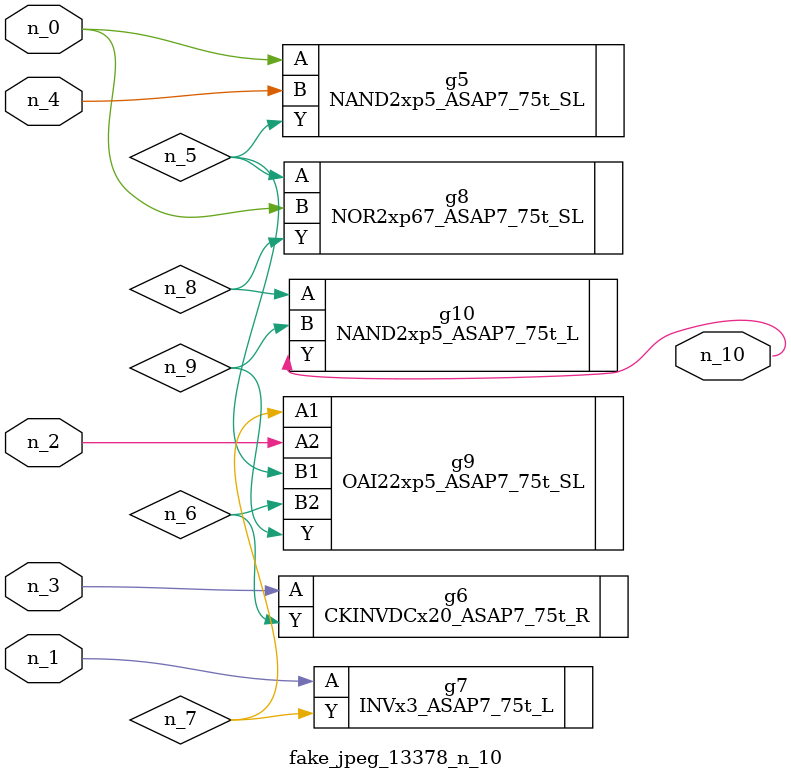
<source format=v>
module fake_jpeg_13378_n_10 (n_3, n_2, n_1, n_0, n_4, n_10);

input n_3;
input n_2;
input n_1;
input n_0;
input n_4;

output n_10;

wire n_8;
wire n_9;
wire n_6;
wire n_5;
wire n_7;

NAND2xp5_ASAP7_75t_SL g5 ( 
.A(n_0),
.B(n_4),
.Y(n_5)
);

CKINVDCx20_ASAP7_75t_R g6 ( 
.A(n_3),
.Y(n_6)
);

INVx3_ASAP7_75t_L g7 ( 
.A(n_1),
.Y(n_7)
);

NOR2xp67_ASAP7_75t_SL g8 ( 
.A(n_5),
.B(n_0),
.Y(n_8)
);

NAND2xp5_ASAP7_75t_L g10 ( 
.A(n_8),
.B(n_9),
.Y(n_10)
);

OAI22xp5_ASAP7_75t_SL g9 ( 
.A1(n_7),
.A2(n_2),
.B1(n_5),
.B2(n_6),
.Y(n_9)
);


endmodule
</source>
